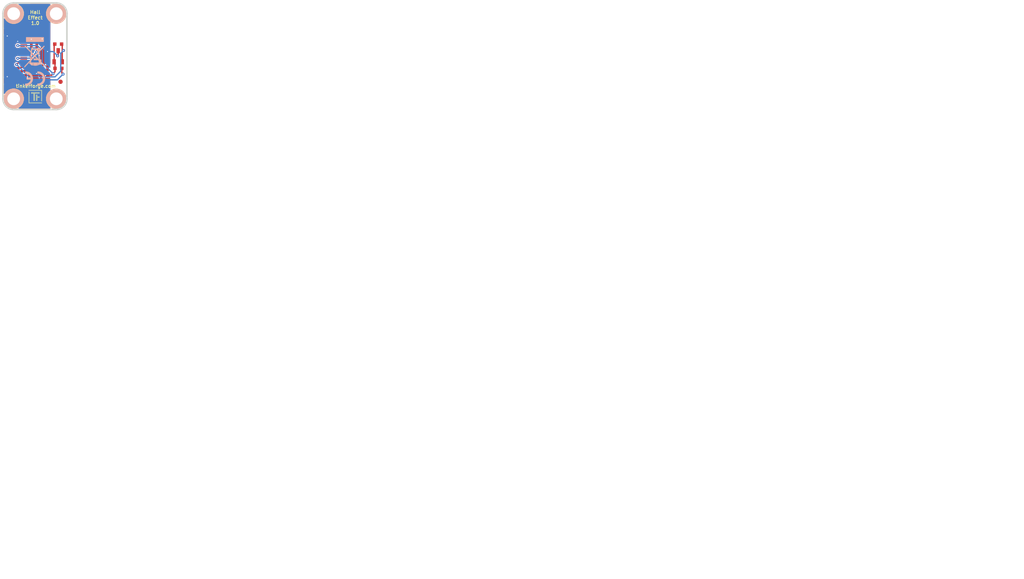
<source format=kicad_pcb>
(kicad_pcb (version 20221018) (generator pcbnew)
  (title_block (title "Hall Effect Bricklet") (rev "1.0") (company "Tinkerforge GmbH") (comment 1 "Licensed under CERN OHL v.1.1") (comment 2 "Copyright (©) 2013, B.Nordmeyer <bastian@tinkerforge.com>"))
  (layers (0 "F.Cu" signal "Vorderseite") (31 "B.Cu" signal "Rückseite") (34 "B.Paste" user) (35 "F.Paste" user) (36 "B.SilkS" user "B.Silkscreen") (37 "F.SilkS" user "F.Silkscreen") (38 "B.Mask" user) (39 "F.Mask" user) (44 "Edge.Cuts" user))
  (net 0 "")
  (net 1 "GND")
  (net 2 "VCC")
  (net 3 "Net-(P1-Pad1)")
  (net 4 "Net-(P1-Pad4)")
  (net 5 "Net-(P1-Pad5)")
  (net 6 "Net-(P1-Pad6)")
  (net 7 "Net-(P1-Pad7)")
  (net 8 "Net-(P1-Pad8)")
  (net 9 "Net-(P1-Pad9)")
  (net 10 "Net-(P1-Pad10)")
  (net 11 "Net-(U1-Pad7)")
  (footprint "kicad-libraries:Logo_31x31" (layer "F.Cu") (at 48.9 50.2)
    (fp_text reference "G***" hide)
    (fp_text value "Logo_31x31" hide)
  )
  (footprint "kicad-libraries:Fiducial_Mark" (layer "F.Cu") (at 56.4 48.3)
    (fp_text reference "Fiducial_Mark" hide)
    (fp_text value "VAL**" hide)
    (pad "1" smd circle (at 0 0) (size 1.00076 1.00076) (layers "F.Cu" "F.Paste" "F.Mask") (clearance 0.65024))
  )
  (footprint "kicad-libraries:Fiducial_Mark" (layer "F.Cu") (at 48.9 31.3)
    (fp_text reference "Fiducial_Mark" hide)
    (fp_text value "VAL**" hide)
    (pad "1" smd circle (at 0 0) (size 1.00076 1.00076) (layers "F.Cu" "F.Paste" "F.Mask") (clearance 0.65024))
  )
  (footprint "kicad-libraries:C0603" (layer "F.Cu") (at 52.6 46.75 180)
    (fp_text reference "C1")
    (fp_text value "100nF")
    (pad "1" smd rect (at -0.8001 0 180) (size 0.8001 0.8001) (layers "F.Cu" "F.Paste" "F.Mask") (net 2 "VCC"))
    (pad "2" smd rect (at 0.8001 0 180) (size 0.8001 0.8001) (layers "F.Cu" "F.Paste" "F.Mask") (net 1 "GND"))
  )
  (footprint "kicad-libraries:C0603" (layer "F.Cu") (at 55.9 45.15)
    (fp_text reference "C2")
    (fp_text value "100nF")
    (pad "1" smd rect (at -0.8001 0) (size 0.8001 0.8001) (layers "F.Cu" "F.Paste" "F.Mask") (net 2 "VCC"))
    (pad "2" smd rect (at 0.8001 0) (size 0.8001 0.8001) (layers "F.Cu" "F.Paste" "F.Mask") (net 1 "GND"))
  )
  (footprint "kicad-libraries:CON-SENSOR" (layer "F.Cu") (at 43 42.3 -90)
    (fp_text reference "P1")
    (fp_text value "CON-SENSOR")
    (pad "1" smd rect (at -4.50088 -4.7752 270) (size 0.59944 1.5494) (layers "F.Cu" "F.Paste" "F.Mask") (net 3 "Net-(P1-Pad1)"))
    (pad "2" smd rect (at -3.50012 -4.7752 270) (size 0.59944 1.5494) (layers "F.Cu" "F.Paste" "F.Mask") (net 1 "GND"))
    (pad "3" smd rect (at -2.49936 -4.7752 270) (size 0.59944 1.5494) (layers "F.Cu" "F.Paste" "F.Mask") (net 2 "VCC"))
    (pad "4" smd rect (at -1.50114 -4.7752 270) (size 0.59944 1.5494) (layers "F.Cu" "F.Paste" "F.Mask") (net 4 "Net-(P1-Pad4)"))
    (pad "5" smd rect (at -0.50038 -4.7752 270) (size 0.59944 1.5494) (layers "F.Cu" "F.Paste" "F.Mask") (net 5 "Net-(P1-Pad5)"))
    (pad "6" smd rect (at 0.50038 -4.7752 270) (size 0.59944 1.5494) (layers "F.Cu" "F.Paste" "F.Mask") (net 6 "Net-(P1-Pad6)"))
    (pad "7" smd rect (at 1.50114 -4.7752 270) (size 0.59944 1.5494) (layers "F.Cu" "F.Paste" "F.Mask") (net 7 "Net-(P1-Pad7)"))
    (pad "8" smd rect (at 2.49936 -4.7752 270) (size 0.59944 1.5494) (layers "F.Cu" "F.Paste" "F.Mask") (net 8 "Net-(P1-Pad8)"))
    (pad "9" smd rect (at 3.50012 -4.7752 270) (size 0.59944 1.5494) (layers "F.Cu" "F.Paste" "F.Mask") (net 9 "Net-(P1-Pad9)"))
    (pad "10" smd rect (at 4.50088 -4.7752 270) (size 0.59944 1.5494) (layers "F.Cu" "F.Paste" "F.Mask") (net 10 "Net-(P1-Pad10)"))
    (pad "EP" smd rect (at -5.79882 -0.89916 270) (size 1.19888 1.80086) (layers "F.Cu" "F.Paste" "F.Mask") (net 1 "GND"))
    (pad "EP" smd rect (at 5.79882 -0.89916 270) (size 1.19888 1.80086) (layers "F.Cu" "F.Paste" "F.Mask") (net 1 "GND"))
  )
  (footprint "kicad-libraries:R0603" (layer "F.Cu") (at 55.85 39.45)
    (fp_text reference "R1")
    (fp_text value "10k")
    (pad "1" smd rect (at -0.8001 0) (size 0.8001 0.8001) (layers "F.Cu" "F.Paste" "F.Mask") (net 2 "VCC"))
    (pad "2" smd rect (at 0.8001 0) (size 0.8001 0.8001) (layers "F.Cu" "F.Paste" "F.Mask") (net 7 "Net-(P1-Pad7)"))
  )
  (footprint "kicad-libraries:SOIC8" (layer "F.Cu") (at 51.45 42.3 180)
    (fp_text reference "U1")
    (fp_text value "M24C64")
    (pad "1" smd rect (at -1.90246 2.69748) (size 0.59944 1.5494) (layers "F.Cu" "F.Paste" "F.Mask") (net 1 "GND"))
    (pad "2" smd rect (at -0.63246 2.69748) (size 0.59944 1.5494) (layers "F.Cu" "F.Paste" "F.Mask") (net 1 "GND"))
    (pad "3" smd rect (at 0.63246 2.69748) (size 0.59944 1.5494) (layers "F.Cu" "F.Paste" "F.Mask") (net 6 "Net-(P1-Pad6)"))
    (pad "4" smd rect (at 1.90246 2.69748) (size 0.59944 1.5494) (layers "F.Cu" "F.Paste" "F.Mask") (net 1 "GND"))
    (pad "5" smd rect (at 1.90246 -2.69748 180) (size 0.59944 1.5494) (layers "F.Cu" "F.Paste" "F.Mask") (net 5 "Net-(P1-Pad5)"))
    (pad "6" smd rect (at 0.63246 -2.69748 180) (size 0.59944 1.5494) (layers "F.Cu" "F.Paste" "F.Mask") (net 4 "Net-(P1-Pad4)"))
    (pad "7" smd rect (at -0.63246 -2.69748 180) (size 0.59944 1.5494) (layers "F.Cu" "F.Paste" "F.Mask") (net 11 "Net-(U1-Pad7)"))
    (pad "8" smd rect (at -1.90246 -2.69748 180) (size 0.59944 1.5494) (layers "F.Cu" "F.Paste" "F.Mask") (net 2 "VCC"))
  )
  (footprint "kicad-libraries:SC59" (layer "F.Cu") (at 55.85 42.3)
    (fp_text reference "U2")
    (fp_text value "AH180N-W")
    (pad "1" smd rect (at -0.95 1.3) (size 0.8 1.2) (layers "F.Cu" "F.Paste" "F.Mask") (net 2 "VCC"))
    (pad "2" smd rect (at 0 -1.3) (size 0.8 1.2) (layers "F.Cu" "F.Paste" "F.Mask") (net 1 "GND"))
    (pad "3" smd rect (at 0.95 1.3) (size 0.8 1.2) (layers "F.Cu" "F.Paste" "F.Mask") (net 7 "Net-(P1-Pad7)"))
  )
  (footprint "kicad-libraries:DRILL_NP" (layer "F.Cu") (at 55.4 32.3)
    (fp_text reference "U3" hide)
    (fp_text value "DRILL" hide)
    (pad "" np_thru_hole circle (at 0 0) (size 2.99974 2.99974) (drill 2.99974) (layers "*.Cu" "*.Mask" "F.SilkS") (clearance 0.89916))
  )
  (footprint "kicad-libraries:DRILL_NP" (layer "F.Cu") (at 45.4 52.3)
    (fp_text reference "U4" hide)
    (fp_text value "DRILL" hide)
    (pad "" np_thru_hole circle (at 0 0) (size 2.99974 2.99974) (drill 2.99974) (layers "*.Cu" "*.Mask" "F.SilkS") (clearance 0.89916))
  )
  (footprint "kicad-libraries:DRILL_NP" (layer "F.Cu") (at 45.4 32.3)
    (fp_text reference "U5" hide)
    (fp_text value "DRILL" hide)
    (pad "" np_thru_hole circle (at 0 0) (size 2.99974 2.99974) (drill 2.99974) (layers "*.Cu" "*.Mask" "F.SilkS") (clearance 0.89916))
  )
  (footprint "kicad-libraries:DRILL_NP" (layer "F.Cu") (at 55.4 52.3)
    (fp_text reference "U6" hide)
    (fp_text value "DRILL" hide)
    (pad "" np_thru_hole circle (at 0 0) (size 2.99974 2.99974) (drill 2.99974) (layers "*.Cu" "*.Mask" "F.SilkS") (clearance 0.89916))
  )
  (footprint "kicad-libraries:WEEE_7mm" (layer "B.Cu") (at 50.4 41.4)
    (fp_text reference "VAL" hide)
    (fp_text value "WEEE_7mm" hide)
  )
  (footprint "kicad-libraries:CE_5mm" (layer "B.Cu") (at 50.4 47.55 180)
    (fp_text reference "VAL" hide)
    (fp_text value "CE_5mm" hide)
  )
  (gr_line (start 42.9 52.3) (end 42.9 32.3) (stroke (width 0.381)) (layer "Edge.Cuts"))
  (gr_arc (start 42.9 32.3) (mid 43.632233 30.532233) (end 45.4 29.8) (stroke (width 0.381)) (layer "Edge.Cuts"))
  (gr_line (start 57.9 32.3) (end 57.9 52.3) (stroke (width 0.381)) (layer "Edge.Cuts"))
  (gr_arc (start 45.4 54.8) (mid 43.632233 54.067767) (end 42.9 52.3) (stroke (width 0.381)) (layer "Edge.Cuts"))
  (gr_arc (start 55.4 29.8) (mid 57.167767 30.532233) (end 57.9 32.3) (stroke (width 0.381)) (layer "Edge.Cuts"))
  (gr_line (start 45.4 29.8) (end 55.4 29.8) (stroke (width 0.381)) (layer "Edge.Cuts"))
  (gr_arc (start 57.9 52.3) (mid 57.167767 54.067767) (end 55.4 54.8) (stroke (width 0.381)) (layer "Edge.Cuts"))
  (gr_line (start 55.4 54.8) (end 45.4 54.8) (stroke (width 0.381)) (layer "Edge.Cuts"))
  (gr_text "Hall\nEffect\n1.0" (at 50.45 33.25) (layer "F.SilkS") (effects (font (size 0.8 0.8))))
  (gr_text "tinkerforge.com" (at 50.6 49.3) (layer "F.SilkS") (effects (font (size 0.8 0.8))))
  (segment (start 55.85 42.05) (end 55.7 42.2) (width 0.29972) (layer "F.Cu") (net 1))
  (segment (start 53.35 41.2) (end 53.35246 41.19754) (width 0.29972) (layer "F.Cu") (net 1))
  (segment (start 53.35246 41.19754) (end 53.35246 39.60252) (width 0.29972) (layer "F.Cu") (net 1))
  (segment (start 51.15 46.75) (end 50.75 46.35) (width 0.29972) (layer "F.Cu") (net 1))
  (segment (start 51.4 42.15) (end 52.35 41.2) (width 0.29972) (layer "F.Cu") (net 1))
  (segment (start 52.35 41.2) (end 53.35 41.2) (width 0.29972) (layer "F.Cu") (net 1))
  (segment (start 43.89916 47.10084) (end 43.9 47.1) (width 0.29972) (layer "F.Cu") (net 1))
  (segment (start 43.9 37.55) (end 43.89916 37.54916) (width 0.29972) (layer "F.Cu") (net 1))
  (segment (start 43.89916 37.54916) (end 43.89916 36.50118) (width 0.29972) (layer "F.Cu") (net 1))
  (segment (start 49.54754 38.30246) (end 49.55 38.3) (width 0.29972) (layer "F.Cu") (net 1))
  (segment (start 46.35 38.8) (end 46.35012 38.79988) (width 0.29972) (layer "F.Cu") (net 1))
  (segment (start 46.35012 38.79988) (end 47.7752 38.79988) (width 0.29972) (layer "F.Cu") (net 1))
  (segment (start 52.08246 38.26754) (end 52.1 38.25) (width 0.29972) (layer "F.Cu") (net 1))
  (segment (start 45.15 38.8) (end 43.9 37.55) (width 0.29972) (layer "F.Cu") (net 1))
  (segment (start 56.7001 46.2001) (end 57 46.5) (width 0.29972) (layer "F.Cu") (net 1))
  (segment (start 52.08246 39.60252) (end 52.08246 38.26754) (width 0.29972) (layer "F.Cu") (net 1))
  (segment (start 49.54754 39.60252) (end 49.54754 38.30246) (width 0.29972) (layer "F.Cu") (net 1))
  (segment (start 51.7999 46.75) (end 51.15 46.75) (width 0.29972) (layer "F.Cu") (net 1))
  (segment (start 56.7001 45.15) (end 56.7001 46.2001) (width 0.29972) (layer "F.Cu") (net 1))
  (segment (start 55.85 41) (end 55.85 42.05) (width 0.29972) (layer "F.Cu") (net 1))
  (segment (start 43.89916 48.09882) (end 43.89916 47.10084) (width 0.29972) (layer "F.Cu") (net 1))
  (segment (start 46.35 38.8) (end 45.15 38.8) (width 0.29972) (layer "F.Cu") (net 1))
  (via (at 55.7 42.2) (size 0.70104) (drill 0.24892) (layers "F.Cu" "B.Cu") (net 1))
  (via (at 43.9 47.1) (size 0.70104) (drill 0.24892) (layers "F.Cu" "B.Cu") (net 1))
  (via (at 50.75 46.35) (size 0.70104) (drill 0.24892) (layers "F.Cu" "B.Cu") (net 1))
  (via (at 57 46.5) (size 0.70104) (drill 0.24892) (layers "F.Cu" "B.Cu") (net 1))
  (via (at 46.35 38.8) (size 0.70104) (drill 0.24892) (layers "F.Cu" "B.Cu") (net 1))
  (via (at 43.9 37.55) (size 0.70104) (drill 0.24892) (layers "F.Cu" "B.Cu") (net 1))
  (via (at 51.4 42.15) (size 0.70104) (drill 0.24892) (layers "F.Cu" "B.Cu") (net 1))
  (via (at 53.35 41.2) (size 0.70104) (drill 0.24892) (layers "F.Cu" "B.Cu") (net 1))
  (via (at 52.1 38.25) (size 0.70104) (drill 0.24892) (layers "F.Cu" "B.Cu") (net 1))
  (via (at 49.55 38.3) (size 0.70104) (drill 0.24892) (layers "F.Cu" "B.Cu") (net 1))
  (segment (start 55.7 42.2) (end 54.7 41.2) (width 0.29972) (layer "B.Cu") (net 1))
  (segment (start 54.7 41.2) (end 53.35 41.2) (width 0.29972) (layer "B.Cu") (net 1))
  (segment (start 50.75 46.35) (end 51.4 45.7) (width 0.29972) (layer "B.Cu") (net 1))
  (segment (start 51.4 45.7) (end 51.4 42.15) (width 0.29972) (layer "B.Cu") (net 1))
  (segment (start 49.55 38.3) (end 49.05 38.8) (width 0.29972) (layer "B.Cu") (net 1))
  (segment (start 49.05 38.8) (end 46.35 38.8) (width 0.29972) (layer "B.Cu") (net 1))
  (segment (start 52.1 38.25) (end 52.05 38.3) (width 0.29972) (layer "B.Cu") (net 1))
  (segment (start 52.05 38.3) (end 49.55 38.3) (width 0.29972) (layer "B.Cu") (net 1))
  (segment (start 53.35 39.5) (end 52.1 38.25) (width 0.29972) (layer "B.Cu") (net 1))
  (segment (start 57 46.5) (end 55.65 47.85) (width 0.29972) (layer "B.Cu") (net 1))
  (segment (start 55.65 47.85) (end 44.65 47.85) (width 0.29972) (layer "B.Cu") (net 1))
  (segment (start 44.65 47.85) (end 43.9 47.1) (width 0.29972) (layer "B.Cu") (net 1))
  (segment (start 43.9 47.1) (end 43.9 37.55) (width 0.29972) (layer "B.Cu") (net 1))
  (segment (start 53.35 41.2) (end 53.35 39.5) (width 0.29972) (layer "B.Cu") (net 1))
  (segment (start 53.35246 46.70236) (end 53.4001 46.75) (width 0.29972) (layer "F.Cu") (net 2))
  (segment (start 55.0999 43.7999) (end 54.9 43.6) (width 0.29972) (layer "F.Cu") (net 2))
  (segment (start 55.0999 45.9501) (end 54.65 46.4) (width 0.29972) (layer "F.Cu") (net 2))
  (segment (start 46.35 39.8) (end 46.35064 39.80064) (width 0.29972) (layer "F.Cu") (net 2))
  (segment (start 46.35064 39.80064) (end 47.7752 39.80064) (width 0.29972) (layer "F.Cu") (net 2))
  (segment (start 54.9 39.5999) (end 55.0499 39.45) (width 0.29972) (layer "F.Cu") (net 2))
  (segment (start 54.3 46.75) (end 54.65 46.4) (width 0.29972) (layer "F.Cu") (net 2))
  (segment (start 53.4001 46.75) (end 54.3 46.75) (width 0.29972) (layer "F.Cu") (net 2))
  (segment (start 55.0999 45.15) (end 55.0999 45.9501) (width 0.29972) (layer "F.Cu") (net 2))
  (segment (start 54.9 43.6) (end 54.9 39.5999) (width 0.29972) (layer "F.Cu") (net 2))
  (segment (start 53.35246 44.99748) (end 53.35246 46.70236) (width 0.29972) (layer "F.Cu") (net 2))
  (segment (start 55.0999 45.15) (end 55.0999 43.7999) (width 0.29972) (layer "F.Cu") (net 2))
  (via (at 54.65 46.4) (size 0.70104) (drill 0.24892) (layers "F.Cu" "B.Cu") (net 2))
  (via (at 46.35 39.8) (size 0.70104) (drill 0.24892) (layers "F.Cu" "B.Cu") (net 2))
  (segment (start 54.65 46.4) (end 52.15 43.9) (width 0.29972) (layer "B.Cu") (net 2))
  (segment (start 52.15 43.9) (end 52.15 41) (width 0.29972) (layer "B.Cu") (net 2))
  (segment (start 52.15 41) (end 50.95 39.8) (width 0.29972) (layer "B.Cu") (net 2))
  (segment (start 50.95 39.8) (end 46.35 39.8) (width 0.29972) (layer "B.Cu") (net 2))
  (segment (start 48.79886 40.79886) (end 50.81754 42.81754) (width 0.29972) (layer "F.Cu") (net 4))
  (segment (start 50.81754 42.81754) (end 50.81754 44.99748) (width 0.29972) (layer "F.Cu") (net 4))
  (segment (start 47.7752 40.79886) (end 48.79886 40.79886) (width 0.29972) (layer "F.Cu") (net 4))
  (segment (start 49.54754 42.59754) (end 48.74962 41.79962) (width 0.29972) (layer "F.Cu") (net 5))
  (segment (start 48.74962 41.79962) (end 47.7752 41.79962) (width 0.29972) (layer "F.Cu") (net 5))
  (segment (start 49.54754 44.99748) (end 49.54754 42.59754) (width 0.29972) (layer "F.Cu") (net 5))
  (segment (start 46.35038 42.80038) (end 46.35 42.8) (width 0.29972) (layer "F.Cu") (net 6))
  (segment (start 50.8 41.3) (end 50.81754 41.28246) (width 0.29972) (layer "F.Cu") (net 6))
  (segment (start 50.81754 41.28246) (end 50.81754 39.60252) (width 0.29972) (layer "F.Cu") (net 6))
  (segment (start 47.7752 42.80038) (end 46.35038 42.80038) (width 0.29972) (layer "F.Cu") (net 6))
  (via (at 50.8 41.3) (size 0.70104) (drill 0.24892) (layers "F.Cu" "B.Cu") (net 6))
  (via (at 46.35 42.8) (size 0.70104) (drill 0.24892) (layers "F.Cu" "B.Cu") (net 6))
  (segment (start 46.35 42.8) (end 46.4 42.75) (width 0.29972) (layer "B.Cu") (net 6))
  (segment (start 46.4 42.75) (end 49.35 42.75) (width 0.29972) (layer "B.Cu") (net 6))
  (segment (start 49.35 42.75) (end 50.8 41.3) (width 0.29972) (layer "B.Cu") (net 6))
  (segment (start 56.8 39.5999) (end 56.6501 39.45) (width 0.29972) (layer "F.Cu") (net 7))
  (segment (start 46.54886 43.80114) (end 46.1 44.25) (width 0.29972) (layer "F.Cu") (net 7))
  (segment (start 57.1 40.95) (end 56.8 40.95) (width 0.29972) (layer "F.Cu") (net 7))
  (segment (start 56.8 40.95) (end 56.9 40.95) (width 0.29972) (layer "F.Cu") (net 7))
  (segment (start 56.9 40.95) (end 56.8 40.95) (width 0.29972) (layer "F.Cu") (net 7))
  (segment (start 56.8 40.95) (end 56.8 39.5999) (width 0.29972) (layer "F.Cu") (net 7))
  (segment (start 47.7752 43.80114) (end 46.54886 43.80114) (width 0.29972) (layer "F.Cu") (net 7))
  (segment (start 56.8 43.6) (end 56.8 40.95) (width 0.29972) (layer "F.Cu") (net 7))
  (via (at 57.1 40.95) (size 0.70104) (drill 0.24892) (layers "F.Cu" "B.Cu") (net 7))
  (via (at 46.1 44.25) (size 0.70104) (drill 0.24892) (layers "F.Cu" "B.Cu") (net 7))
  (segment (start 46.1 44.25) (end 49 47.15) (width 0.29972) (layer "B.Cu") (net 7))
  (segment (start 49 47.15) (end 55.1 47.15) (width 0.29972) (layer "B.Cu") (net 7))
  (segment (start 55.1 47.15) (end 56.45 45.8) (width 0.29972) (layer "B.Cu") (net 7))
  (segment (start 56.45 45.8) (end 56.45 41.6) (width 0.29972) (layer "B.Cu") (net 7))
  (segment (start 56.45 41.6) (end 57.1 40.95) (width 0.29972) (layer "B.Cu") (net 7))
  (zone (net 1) (net_name "GND") (layer "F.Cu") (connect_pads (clearance 0.24892)) (min_thickness 0.24892) (fill yes (thermal_gap 0.29972) (thermal_bridge_width 0.29972))
    (polygon (pts (xy 42.9 29.8) (xy 54 29.8) (xy 54 54.8) (xy 42.9 54.8)))
  )
  (zone (net 1) (net_name "GND") (layer "B.Cu") (connect_pads (clearance 0.24892)) (min_thickness 0.24892) (fill yes (thermal_gap 0.29972) (thermal_bridge_width 0.29972))
    (polygon (pts (xy 42.9 54.8) (xy 42.9 29.8) (xy 54 29.8) (xy 54 54.8)))
  )
)
</source>
